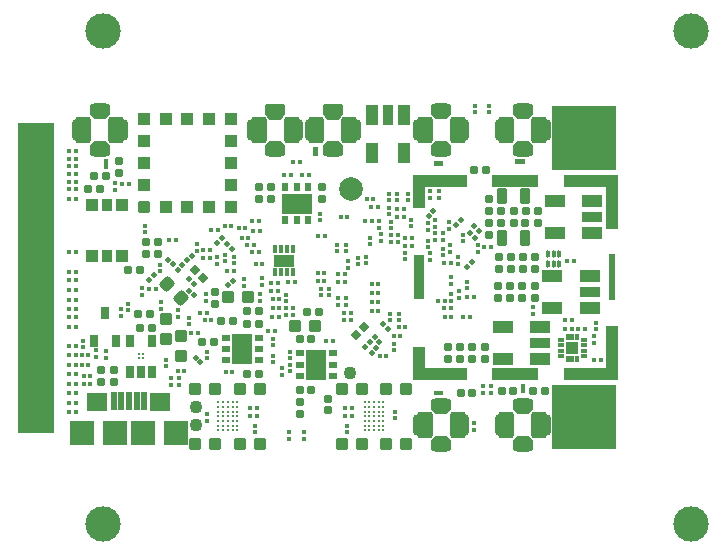
<source format=gts>
G04*
G04 #@! TF.GenerationSoftware,Altium Limited,Altium Designer,19.1.6 (110)*
G04*
G04 Layer_Color=8388736*
%FSLAX44Y44*%
%MOMM*%
G71*
G01*
G75*
%ADD68R,3.1250X26.2500*%
%ADD69R,0.4000X0.7000*%
%ADD70R,1.7000X1.0500*%
G04:AMPARAMS|DCode=71|XSize=1.1mm|YSize=1.1mm|CornerRadius=0.3mm|HoleSize=0mm|Usage=FLASHONLY|Rotation=270.000|XOffset=0mm|YOffset=0mm|HoleType=Round|Shape=RoundedRectangle|*
%AMROUNDEDRECTD71*
21,1,1.1000,0.5000,0,0,270.0*
21,1,0.5000,1.1000,0,0,270.0*
1,1,0.6000,-0.2500,-0.2500*
1,1,0.6000,-0.2500,0.2500*
1,1,0.6000,0.2500,0.2500*
1,1,0.6000,0.2500,-0.2500*
%
%ADD71ROUNDEDRECTD71*%
%ADD72R,1.1000X1.1000*%
%ADD73R,1.1000X1.1000*%
%ADD74R,1.0500X1.1000*%
%ADD75R,0.5480X1.5480*%
%ADD76R,2.0000X2.0000*%
%ADD77R,1.7000X1.5000*%
%ADD78R,2.6000X0.7000*%
G04:AMPARAMS|DCode=79|XSize=0.7mm|YSize=1.1mm|CornerRadius=0.125mm|HoleSize=0mm|Usage=FLASHONLY|Rotation=0.000|XOffset=0mm|YOffset=0mm|HoleType=Round|Shape=RoundedRectangle|*
%AMROUNDEDRECTD79*
21,1,0.7000,0.8500,0,0,0.0*
21,1,0.4500,1.1000,0,0,0.0*
1,1,0.2500,0.2250,-0.4250*
1,1,0.2500,-0.2250,-0.4250*
1,1,0.2500,-0.2250,0.4250*
1,1,0.2500,0.2250,0.4250*
%
%ADD79ROUNDEDRECTD79*%
%ADD80C,0.2400*%
%ADD81C,0.3000*%
%ADD82R,1.1000X4.6500*%
%ADD83R,3.9000X1.1000*%
%ADD84R,4.6500X1.1000*%
%ADD85R,1.1000X2.6000*%
%ADD86R,0.9000X3.7000*%
%ADD87R,0.6000X3.9000*%
%ADD88R,1.0000X1.7500*%
%ADD89R,0.8600X1.7500*%
%ADD90C,2.0000*%
%ADD91R,1.8000X2.6000*%
%ADD92R,0.8000X0.6000*%
%ADD93R,0.4000X0.4100*%
%ADD94C,3.0000*%
G04:AMPARAMS|DCode=95|XSize=0.6mm|YSize=0.7mm|CornerRadius=0.1mm|HoleSize=0mm|Usage=FLASHONLY|Rotation=90.000|XOffset=0mm|YOffset=0mm|HoleType=Round|Shape=RoundedRectangle|*
%AMROUNDEDRECTD95*
21,1,0.6000,0.5000,0,0,90.0*
21,1,0.4000,0.7000,0,0,90.0*
1,1,0.2000,0.2500,0.2000*
1,1,0.2000,0.2500,-0.2000*
1,1,0.2000,-0.2500,-0.2000*
1,1,0.2000,-0.2500,0.2000*
%
%ADD95ROUNDEDRECTD95*%
%ADD96R,0.4500X0.4000*%
%ADD97R,1.0500X1.0500*%
%ADD98R,0.9000X1.0500*%
G04:AMPARAMS|DCode=99|XSize=1.1mm|YSize=1.65mm|CornerRadius=0.175mm|HoleSize=0mm|Usage=FLASHONLY|Rotation=90.000|XOffset=0mm|YOffset=0mm|HoleType=Round|Shape=RoundedRectangle|*
%AMROUNDEDRECTD99*
21,1,1.1000,1.3000,0,0,90.0*
21,1,0.7500,1.6500,0,0,90.0*
1,1,0.3500,0.6500,0.3750*
1,1,0.3500,0.6500,-0.3750*
1,1,0.3500,-0.6500,-0.3750*
1,1,0.3500,-0.6500,0.3750*
%
%ADD99ROUNDEDRECTD99*%
G04:AMPARAMS|DCode=100|XSize=1.3mm|YSize=1.7mm|CornerRadius=0.2mm|HoleSize=0mm|Usage=FLASHONLY|Rotation=180.000|XOffset=0mm|YOffset=0mm|HoleType=Round|Shape=RoundedRectangle|*
%AMROUNDEDRECTD100*
21,1,1.3000,1.3000,0,0,180.0*
21,1,0.9000,1.7000,0,0,180.0*
1,1,0.4000,-0.4500,0.6500*
1,1,0.4000,0.4500,0.6500*
1,1,0.4000,0.4500,-0.6500*
1,1,0.4000,-0.4500,-0.6500*
%
%ADD100ROUNDEDRECTD100*%
G04:AMPARAMS|DCode=101|XSize=1.3mm|YSize=1.3mm|CornerRadius=0.2mm|HoleSize=0mm|Usage=FLASHONLY|Rotation=0.000|XOffset=0mm|YOffset=0mm|HoleType=Round|Shape=RoundedRectangle|*
%AMROUNDEDRECTD101*
21,1,1.3000,0.9000,0,0,0.0*
21,1,0.9000,1.3000,0,0,0.0*
1,1,0.4000,0.4500,-0.4500*
1,1,0.4000,-0.4500,-0.4500*
1,1,0.4000,-0.4500,0.4500*
1,1,0.4000,0.4500,0.4500*
%
%ADD101ROUNDEDRECTD101*%
G04:AMPARAMS|DCode=102|XSize=1.3mm|YSize=2.25mm|CornerRadius=0.2mm|HoleSize=0mm|Usage=FLASHONLY|Rotation=180.000|XOffset=0mm|YOffset=0mm|HoleType=Round|Shape=RoundedRectangle|*
%AMROUNDEDRECTD102*
21,1,1.3000,1.8500,0,0,180.0*
21,1,0.9000,2.2500,0,0,180.0*
1,1,0.4000,-0.4500,0.9250*
1,1,0.4000,0.4500,0.9250*
1,1,0.4000,0.4500,-0.9250*
1,1,0.4000,-0.4500,-0.9250*
%
%ADD102ROUNDEDRECTD102*%
%ADD103C,1.1000*%
G04:AMPARAMS|DCode=104|XSize=0.7mm|YSize=0.7mm|CornerRadius=0.11mm|HoleSize=0mm|Usage=FLASHONLY|Rotation=0.000|XOffset=0mm|YOffset=0mm|HoleType=Round|Shape=RoundedRectangle|*
%AMROUNDEDRECTD104*
21,1,0.7000,0.4800,0,0,0.0*
21,1,0.4800,0.7000,0,0,0.0*
1,1,0.2200,0.2400,-0.2400*
1,1,0.2200,-0.2400,-0.2400*
1,1,0.2200,-0.2400,0.2400*
1,1,0.2200,0.2400,0.2400*
%
%ADD104ROUNDEDRECTD104*%
%ADD105R,0.4000X0.4500*%
G04:AMPARAMS|DCode=106|XSize=1.4mm|YSize=0.9mm|CornerRadius=0.15mm|HoleSize=0mm|Usage=FLASHONLY|Rotation=90.000|XOffset=0mm|YOffset=0mm|HoleType=Round|Shape=RoundedRectangle|*
%AMROUNDEDRECTD106*
21,1,1.4000,0.6000,0,0,90.0*
21,1,1.1000,0.9000,0,0,90.0*
1,1,0.3000,0.3000,0.5500*
1,1,0.3000,0.3000,-0.5500*
1,1,0.3000,-0.3000,-0.5500*
1,1,0.3000,-0.3000,0.5500*
%
%ADD106ROUNDEDRECTD106*%
G04:AMPARAMS|DCode=107|XSize=0.4mm|YSize=0.45mm|CornerRadius=0mm|HoleSize=0mm|Usage=FLASHONLY|Rotation=45.000|XOffset=0mm|YOffset=0mm|HoleType=Round|Shape=Rectangle|*
%AMROTATEDRECTD107*
4,1,4,0.0177,-0.3005,-0.3005,0.0177,-0.0177,0.3005,0.3005,-0.0177,0.0177,-0.3005,0.0*
%
%ADD107ROTATEDRECTD107*%

G04:AMPARAMS|DCode=108|XSize=0.7mm|YSize=0.7mm|CornerRadius=0.11mm|HoleSize=0mm|Usage=FLASHONLY|Rotation=270.000|XOffset=0mm|YOffset=0mm|HoleType=Round|Shape=RoundedRectangle|*
%AMROUNDEDRECTD108*
21,1,0.7000,0.4800,0,0,270.0*
21,1,0.4800,0.7000,0,0,270.0*
1,1,0.2200,-0.2400,-0.2400*
1,1,0.2200,-0.2400,0.2400*
1,1,0.2200,0.2400,0.2400*
1,1,0.2200,0.2400,-0.2400*
%
%ADD108ROUNDEDRECTD108*%
G04:AMPARAMS|DCode=109|XSize=1.1mm|YSize=1mm|CornerRadius=0.1625mm|HoleSize=0mm|Usage=FLASHONLY|Rotation=270.000|XOffset=0mm|YOffset=0mm|HoleType=Round|Shape=RoundedRectangle|*
%AMROUNDEDRECTD109*
21,1,1.1000,0.6750,0,0,270.0*
21,1,0.7750,1.0000,0,0,270.0*
1,1,0.3250,-0.3375,-0.3875*
1,1,0.3250,-0.3375,0.3875*
1,1,0.3250,0.3375,0.3875*
1,1,0.3250,0.3375,-0.3875*
%
%ADD109ROUNDEDRECTD109*%
G04:AMPARAMS|DCode=110|XSize=1.1mm|YSize=1mm|CornerRadius=0.1625mm|HoleSize=0mm|Usage=FLASHONLY|Rotation=180.000|XOffset=0mm|YOffset=0mm|HoleType=Round|Shape=RoundedRectangle|*
%AMROUNDEDRECTD110*
21,1,1.1000,0.6750,0,0,180.0*
21,1,0.7750,1.0000,0,0,180.0*
1,1,0.3250,-0.3875,0.3375*
1,1,0.3250,0.3875,0.3375*
1,1,0.3250,0.3875,-0.3375*
1,1,0.3250,-0.3875,-0.3375*
%
%ADD110ROUNDEDRECTD110*%
G04:AMPARAMS|DCode=111|XSize=1.1mm|YSize=1mm|CornerRadius=0.1625mm|HoleSize=0mm|Usage=FLASHONLY|Rotation=45.000|XOffset=0mm|YOffset=0mm|HoleType=Round|Shape=RoundedRectangle|*
%AMROUNDEDRECTD111*
21,1,1.1000,0.6750,0,0,45.0*
21,1,0.7750,1.0000,0,0,45.0*
1,1,0.3250,0.5127,0.0354*
1,1,0.3250,-0.0354,-0.5127*
1,1,0.3250,-0.5127,-0.0354*
1,1,0.3250,0.0354,0.5127*
%
%ADD111ROUNDEDRECTD111*%
G04:AMPARAMS|DCode=112|XSize=0.6mm|YSize=0.7mm|CornerRadius=0.1mm|HoleSize=0mm|Usage=FLASHONLY|Rotation=180.000|XOffset=0mm|YOffset=0mm|HoleType=Round|Shape=RoundedRectangle|*
%AMROUNDEDRECTD112*
21,1,0.6000,0.5000,0,0,180.0*
21,1,0.4000,0.7000,0,0,180.0*
1,1,0.2000,-0.2000,0.2500*
1,1,0.2000,0.2000,0.2500*
1,1,0.2000,0.2000,-0.2500*
1,1,0.2000,-0.2000,-0.2500*
%
%ADD112ROUNDEDRECTD112*%
G04:AMPARAMS|DCode=113|XSize=0.4mm|YSize=0.45mm|CornerRadius=0mm|HoleSize=0mm|Usage=FLASHONLY|Rotation=315.000|XOffset=0mm|YOffset=0mm|HoleType=Round|Shape=Rectangle|*
%AMROTATEDRECTD113*
4,1,4,-0.3005,-0.0177,0.0177,0.3005,0.3005,0.0177,-0.0177,-0.3005,-0.3005,-0.0177,0.0*
%
%ADD113ROTATEDRECTD113*%

%ADD114R,0.6000X0.8000*%
%ADD115R,2.6000X1.8000*%
%ADD116R,1.7500X1.0000*%
%ADD117R,1.7500X0.8600*%
%ADD118R,0.4100X0.4000*%
G04:AMPARAMS|DCode=119|XSize=1.1mm|YSize=1.1mm|CornerRadius=0.2mm|HoleSize=0mm|Usage=FLASHONLY|Rotation=180.000|XOffset=0mm|YOffset=0mm|HoleType=Round|Shape=RoundedRectangle|*
%AMROUNDEDRECTD119*
21,1,1.1000,0.7000,0,0,180.0*
21,1,0.7000,1.1000,0,0,180.0*
1,1,0.4000,-0.3500,0.3500*
1,1,0.4000,0.3500,0.3500*
1,1,0.4000,0.3500,-0.3500*
1,1,0.4000,-0.3500,-0.3500*
%
%ADD119ROUNDEDRECTD119*%
%ADD120R,0.3000X0.4950*%
%ADD121R,0.4950X0.3000*%
G04:AMPARAMS|DCode=122|XSize=0.33mm|YSize=0.63mm|CornerRadius=0.1025mm|HoleSize=0mm|Usage=FLASHONLY|Rotation=0.000|XOffset=0mm|YOffset=0mm|HoleType=Round|Shape=RoundedRectangle|*
%AMROUNDEDRECTD122*
21,1,0.3300,0.4250,0,0,0.0*
21,1,0.1250,0.6300,0,0,0.0*
1,1,0.2050,0.0625,-0.2125*
1,1,0.2050,-0.0625,-0.2125*
1,1,0.2050,-0.0625,0.2125*
1,1,0.2050,0.0625,0.2125*
%
%ADD122ROUNDEDRECTD122*%
G04:AMPARAMS|DCode=123|XSize=0.7mm|YSize=0.7mm|CornerRadius=0.11mm|HoleSize=0mm|Usage=FLASHONLY|Rotation=135.000|XOffset=0mm|YOffset=0mm|HoleType=Round|Shape=RoundedRectangle|*
%AMROUNDEDRECTD123*
21,1,0.7000,0.4800,0,0,135.0*
21,1,0.4800,0.7000,0,0,135.0*
1,1,0.2200,0.0000,0.3394*
1,1,0.2200,0.3394,0.0000*
1,1,0.2200,0.0000,-0.3394*
1,1,0.2200,-0.3394,0.0000*
%
%ADD123ROUNDEDRECTD123*%
G04:AMPARAMS|DCode=124|XSize=0.6mm|YSize=0.7mm|CornerRadius=0.1mm|HoleSize=0mm|Usage=FLASHONLY|Rotation=45.000|XOffset=0mm|YOffset=0mm|HoleType=Round|Shape=RoundedRectangle|*
%AMROUNDEDRECTD124*
21,1,0.6000,0.5000,0,0,45.0*
21,1,0.4000,0.7000,0,0,45.0*
1,1,0.2000,0.3182,-0.0354*
1,1,0.2000,0.0354,-0.3182*
1,1,0.2000,-0.3182,0.0354*
1,1,0.2000,-0.0354,0.3182*
%
%ADD124ROUNDEDRECTD124*%
%ADD125R,5.5000X5.5000*%
G36*
X212000Y251000D02*
X208000D01*
X208000Y259000D01*
X212000D01*
Y251000D01*
D02*
G37*
G36*
X387250Y244500D02*
X379250D01*
Y248500D01*
X387250D01*
Y244500D01*
D02*
G37*
G36*
X318250Y243250D02*
X310250D01*
Y247250D01*
X318250D01*
Y243250D01*
D02*
G37*
G36*
X34500Y240500D02*
X30500D01*
Y248500D01*
X34500D01*
Y240500D01*
D02*
G37*
G36*
X387750Y50500D02*
X383750D01*
Y58500D01*
X387750D01*
Y50500D01*
D02*
G37*
G36*
X318250Y48750D02*
X310250D01*
Y52750D01*
X318250D01*
Y48750D01*
D02*
G37*
D68*
X-26875Y148250D02*
D03*
D69*
X190750Y153000D02*
D03*
X185750D02*
D03*
X180750D02*
D03*
X175750D02*
D03*
Y172500D02*
D03*
X180750D02*
D03*
X185750D02*
D03*
X190750D02*
D03*
D70*
X183250Y162750D02*
D03*
D71*
X64500Y208500D02*
D03*
D72*
X101500D02*
D03*
X83000D02*
D03*
X120000D02*
D03*
X138500D02*
D03*
X120000Y282500D02*
D03*
X101500D02*
D03*
X83000D02*
D03*
X64500D02*
D03*
D73*
X138500Y227000D02*
D03*
Y245500D02*
D03*
Y264000D02*
D03*
X64500D02*
D03*
Y245500D02*
D03*
Y227000D02*
D03*
D74*
X138500Y282500D02*
D03*
D75*
X39000Y43500D02*
D03*
X58500D02*
D03*
X65000D02*
D03*
X52000D02*
D03*
X45500D02*
D03*
D76*
X40000Y17000D02*
D03*
X12000D02*
D03*
X92000D02*
D03*
X64000D02*
D03*
D77*
X78670Y43140D02*
D03*
X25330D02*
D03*
D78*
X-25000Y266497D02*
D03*
Y258497D02*
D03*
Y250497D02*
D03*
Y242497D02*
D03*
Y234497D02*
D03*
Y226497D02*
D03*
Y218497D02*
D03*
Y210497D02*
D03*
X-25000Y170497D02*
D03*
Y162497D02*
D03*
Y154497D02*
D03*
Y146497D02*
D03*
Y138497D02*
D03*
Y130497D02*
D03*
Y122497D02*
D03*
Y114497D02*
D03*
Y106497D02*
D03*
Y98497D02*
D03*
Y90497D02*
D03*
Y82497D02*
D03*
Y74497D02*
D03*
X-25000Y66497D02*
D03*
Y58497D02*
D03*
Y50497D02*
D03*
X-25000Y42497D02*
D03*
Y34497D02*
D03*
D79*
X52750Y94625D02*
D03*
X71750Y68625D02*
D03*
X62250D02*
D03*
X52750D02*
D03*
X71750Y94625D02*
D03*
X31750Y118000D02*
D03*
X41250Y95000D02*
D03*
X22250D02*
D03*
D80*
X64250Y83375D02*
D03*
Y79875D02*
D03*
X60750Y83375D02*
D03*
Y79875D02*
D03*
D81*
X143750Y43000D02*
D03*
X127750Y19000D02*
D03*
X131750Y19000D02*
D03*
X135750Y19000D02*
D03*
X139750Y19000D02*
D03*
X143750D02*
D03*
X135750Y43000D02*
D03*
X139750D02*
D03*
X127750Y35000D02*
D03*
X131750D02*
D03*
X135750D02*
D03*
X139750D02*
D03*
X143750D02*
D03*
X127750Y43000D02*
D03*
X127750Y39000D02*
D03*
X131750D02*
D03*
X135750D02*
D03*
X139750D02*
D03*
X143750D02*
D03*
X127750Y23000D02*
D03*
X131750D02*
D03*
X135750D02*
D03*
X131750Y43000D02*
D03*
X139750Y23000D02*
D03*
X143750D02*
D03*
Y31000D02*
D03*
X139750D02*
D03*
X135750D02*
D03*
X131750Y31000D02*
D03*
X127750Y31000D02*
D03*
X143750Y27000D02*
D03*
X139750Y27000D02*
D03*
X135750Y27000D02*
D03*
X131750D02*
D03*
X127750D02*
D03*
X251500Y19000D02*
D03*
X267500Y43000D02*
D03*
X263500D02*
D03*
X259500D02*
D03*
X255500D02*
D03*
X251500D02*
D03*
X259500Y19000D02*
D03*
X255500D02*
D03*
X267500Y27000D02*
D03*
X263500D02*
D03*
X259500D02*
D03*
X255500D02*
D03*
X251500D02*
D03*
X267500Y19000D02*
D03*
Y23000D02*
D03*
X263500D02*
D03*
X259500D02*
D03*
X255500D02*
D03*
X251500D02*
D03*
X267500Y39000D02*
D03*
X263500D02*
D03*
X259500D02*
D03*
X263500Y19000D02*
D03*
X255500Y39000D02*
D03*
X251500D02*
D03*
Y31000D02*
D03*
X255500D02*
D03*
X259500D02*
D03*
X263500D02*
D03*
X267500D02*
D03*
X251500Y35000D02*
D03*
X255500D02*
D03*
X259500D02*
D03*
X263500D02*
D03*
X267500D02*
D03*
D82*
X460592Y84750D02*
D03*
Y212250D02*
D03*
D83*
X379092Y67000D02*
D03*
Y230000D02*
D03*
D84*
X442842Y67000D02*
D03*
X315342D02*
D03*
X442842Y230000D02*
D03*
X315342D02*
D03*
D85*
X297592Y77250D02*
D03*
Y219750D02*
D03*
D86*
Y148500D02*
D03*
D87*
X460592D02*
D03*
D88*
X258050Y253850D02*
D03*
X284950D02*
D03*
Y285650D02*
D03*
X258050D02*
D03*
D89*
X271500D02*
D03*
D90*
X240250Y223500D02*
D03*
D91*
X148000Y88000D02*
D03*
X210500Y74750D02*
D03*
D92*
X162000Y97500D02*
D03*
Y88000D02*
D03*
Y78500D02*
D03*
X134000D02*
D03*
Y88000D02*
D03*
Y97500D02*
D03*
X224500Y65250D02*
D03*
Y74750D02*
D03*
Y84250D02*
D03*
X196500D02*
D03*
Y74750D02*
D03*
Y65250D02*
D03*
D93*
X32500Y242250D02*
D03*
Y246750D02*
D03*
X210000Y257250D02*
D03*
Y252750D02*
D03*
X385750Y56750D02*
D03*
Y52250D02*
D03*
D94*
X30000Y357300D02*
D03*
X528250Y357300D02*
D03*
Y-60300D02*
D03*
X30050Y-60250D02*
D03*
D95*
X66750Y178250D02*
D03*
X76750D02*
D03*
X59750Y117250D02*
D03*
X69750D02*
D03*
X76750Y168250D02*
D03*
X66750D02*
D03*
X114000Y93500D02*
D03*
X124000D02*
D03*
X130000Y111250D02*
D03*
X140000D02*
D03*
X51500Y154500D02*
D03*
X61500D02*
D03*
X354250Y239500D02*
D03*
X344250D02*
D03*
X404000Y52250D02*
D03*
X394000D02*
D03*
X32500Y234250D02*
D03*
X22500D02*
D03*
X61500Y106000D02*
D03*
X71500D02*
D03*
X162000Y66354D02*
D03*
X152000D02*
D03*
X162000Y109495D02*
D03*
X152000D02*
D03*
X388000Y204750D02*
D03*
X378000D02*
D03*
X384879Y141000D02*
D03*
X374879Y141000D02*
D03*
X384879Y131000D02*
D03*
X374879D02*
D03*
X342500Y89750D02*
D03*
X332500D02*
D03*
X342500Y79750D02*
D03*
X332500D02*
D03*
X385479Y155750D02*
D03*
X375479Y155750D02*
D03*
X385479Y165750D02*
D03*
X375479Y165750D02*
D03*
X387750Y194750D02*
D03*
X377750D02*
D03*
X196464Y96360D02*
D03*
X206464D02*
D03*
X196500Y53255D02*
D03*
X206500D02*
D03*
D96*
X200250Y17550D02*
D03*
Y11950D02*
D03*
X237850Y162381D02*
D03*
Y156781D02*
D03*
X40500Y228300D02*
D03*
Y222700D02*
D03*
X356750Y294050D02*
D03*
Y288450D02*
D03*
X181500Y66200D02*
D03*
Y71800D02*
D03*
X345250Y294050D02*
D03*
Y288450D02*
D03*
X343750Y25300D02*
D03*
Y19700D02*
D03*
X12750Y89450D02*
D03*
Y95050D02*
D03*
X32250Y86300D02*
D03*
Y80700D02*
D03*
X188000Y74646D02*
D03*
Y69046D02*
D03*
X358500Y56300D02*
D03*
Y50700D02*
D03*
X351750Y56300D02*
D03*
Y50700D02*
D03*
X24250Y81200D02*
D03*
Y86800D02*
D03*
X173750Y91104D02*
D03*
Y96704D02*
D03*
Y76754D02*
D03*
Y82354D02*
D03*
X188000Y85746D02*
D03*
Y80146D02*
D03*
X187500Y17550D02*
D03*
Y11950D02*
D03*
X116950Y134350D02*
D03*
Y128750D02*
D03*
X118500Y79950D02*
D03*
Y85550D02*
D03*
X149750Y141200D02*
D03*
Y146800D02*
D03*
X93250Y115200D02*
D03*
Y120800D02*
D03*
X126500Y165600D02*
D03*
Y160000D02*
D03*
X79000Y121700D02*
D03*
Y127300D02*
D03*
X102750Y108700D02*
D03*
Y114300D02*
D03*
X62750Y139550D02*
D03*
Y133950D02*
D03*
X78250Y153700D02*
D03*
Y159300D02*
D03*
X118000Y32600D02*
D03*
Y27000D02*
D03*
X277250Y29400D02*
D03*
Y35000D02*
D03*
X165000Y147900D02*
D03*
Y142300D02*
D03*
X94464Y57414D02*
D03*
Y63014D02*
D03*
X88000Y57414D02*
D03*
Y63014D02*
D03*
X252705Y166145D02*
D03*
Y160545D02*
D03*
X51250Y120700D02*
D03*
Y126300D02*
D03*
X83300Y78900D02*
D03*
Y73300D02*
D03*
X185000Y134050D02*
D03*
Y128450D02*
D03*
X162950Y128950D02*
D03*
Y134550D02*
D03*
X65500Y186786D02*
D03*
Y192386D02*
D03*
X306500Y168800D02*
D03*
Y163200D02*
D03*
X109250Y171200D02*
D03*
Y176800D02*
D03*
X255750Y182300D02*
D03*
Y176700D02*
D03*
X214205Y197000D02*
D03*
X214205Y202600D02*
D03*
X447250Y104550D02*
D03*
Y110150D02*
D03*
X445500Y93200D02*
D03*
X445500Y98800D02*
D03*
X158629Y23121D02*
D03*
Y17521D02*
D03*
X288000Y213750D02*
D03*
Y219350D02*
D03*
X280250Y117800D02*
D03*
Y112200D02*
D03*
X236500Y17400D02*
D03*
Y23000D02*
D03*
X45000Y116200D02*
D03*
Y121800D02*
D03*
X133000Y167850D02*
D03*
Y162250D02*
D03*
X140750Y166050D02*
D03*
Y160450D02*
D03*
X393750Y117950D02*
D03*
Y123550D02*
D03*
X311500Y191200D02*
D03*
Y196800D02*
D03*
X311000Y185800D02*
D03*
Y180200D02*
D03*
X272500Y201950D02*
D03*
Y207550D02*
D03*
Y219300D02*
D03*
Y213700D02*
D03*
X276015Y92500D02*
D03*
Y86900D02*
D03*
X338200Y144800D02*
D03*
Y139200D02*
D03*
X279095Y213750D02*
D03*
Y219350D02*
D03*
X314250Y215950D02*
D03*
Y221550D02*
D03*
X285500Y169550D02*
D03*
Y163950D02*
D03*
X272750Y112200D02*
D03*
Y117800D02*
D03*
X324593Y148500D02*
D03*
Y142900D02*
D03*
X317724Y172700D02*
D03*
Y167100D02*
D03*
X305500Y173950D02*
D03*
Y179550D02*
D03*
X317500Y185800D02*
D03*
Y180200D02*
D03*
X290500Y197550D02*
D03*
Y191950D02*
D03*
X304950Y188811D02*
D03*
Y194411D02*
D03*
X274250Y195800D02*
D03*
Y190200D02*
D03*
X240250Y118170D02*
D03*
Y112570D02*
D03*
X233750Y118170D02*
D03*
Y112570D02*
D03*
X214750Y133400D02*
D03*
Y139000D02*
D03*
X221301Y133400D02*
D03*
Y139000D02*
D03*
X228750Y125306D02*
D03*
Y130906D02*
D03*
X235750Y125306D02*
D03*
Y130906D02*
D03*
X331750Y136800D02*
D03*
Y131200D02*
D03*
X324224Y170350D02*
D03*
Y175950D02*
D03*
X347250Y170200D02*
D03*
Y175800D02*
D03*
X325000Y128700D02*
D03*
Y134300D02*
D03*
X307000Y221550D02*
D03*
Y215950D02*
D03*
X323000Y195050D02*
D03*
Y189450D02*
D03*
X334750Y178950D02*
D03*
Y184550D02*
D03*
X235644Y176295D02*
D03*
Y170695D02*
D03*
X228305Y176295D02*
D03*
Y170695D02*
D03*
X330224Y165450D02*
D03*
Y159850D02*
D03*
X263974Y190350D02*
D03*
Y195950D02*
D03*
X265245Y179405D02*
D03*
Y185005D02*
D03*
X246000Y165300D02*
D03*
Y159700D02*
D03*
D97*
X46000Y209750D02*
D03*
X21000D02*
D03*
Y166250D02*
D03*
X46000D02*
D03*
D98*
X33500Y209750D02*
D03*
Y166250D02*
D03*
D99*
X224500Y256000D02*
D03*
Y290000D02*
D03*
X175750Y290000D02*
D03*
Y256000D02*
D03*
X27250Y290250D02*
D03*
Y256250D02*
D03*
X316500Y6500D02*
D03*
Y40500D02*
D03*
X385500Y290250D02*
D03*
Y256250D02*
D03*
X385500Y6500D02*
D03*
Y40500D02*
D03*
X316500Y290250D02*
D03*
Y256250D02*
D03*
D100*
X241500Y273000D02*
D03*
X207500D02*
D03*
X158750Y273000D02*
D03*
X192750D02*
D03*
X10250Y273250D02*
D03*
X44250D02*
D03*
X333500Y23500D02*
D03*
X299500D02*
D03*
X368500Y273250D02*
D03*
X402500D02*
D03*
X402500Y23500D02*
D03*
X368500D02*
D03*
X299500Y273250D02*
D03*
X333500D02*
D03*
D101*
X224500Y289000D02*
D03*
Y257000D02*
D03*
X175750Y257000D02*
D03*
Y289000D02*
D03*
X27250Y257250D02*
D03*
Y289250D02*
D03*
X316500Y39500D02*
D03*
Y7500D02*
D03*
X385500Y257250D02*
D03*
Y289250D02*
D03*
X385500Y39500D02*
D03*
Y7500D02*
D03*
X316500Y257250D02*
D03*
Y289250D02*
D03*
D102*
X210500Y273000D02*
D03*
X238500D02*
D03*
X189750Y273000D02*
D03*
X161750D02*
D03*
X41250Y273250D02*
D03*
X13250D02*
D03*
X302500Y23500D02*
D03*
X330500D02*
D03*
X399500Y273250D02*
D03*
X371500D02*
D03*
X371500Y23500D02*
D03*
X399500D02*
D03*
X330500Y273250D02*
D03*
X302500D02*
D03*
D103*
X108750Y23750D02*
D03*
Y38500D02*
D03*
X239500Y67500D02*
D03*
D104*
X44000Y246750D02*
D03*
Y236750D02*
D03*
X162005Y215000D02*
D03*
Y225000D02*
D03*
X356750Y194750D02*
D03*
Y184750D02*
D03*
Y204750D02*
D03*
Y214750D02*
D03*
X395879Y141000D02*
D03*
Y131000D02*
D03*
X353500Y79750D02*
D03*
Y89750D02*
D03*
X39000Y70250D02*
D03*
Y60250D02*
D03*
X196500Y42755D02*
D03*
Y32755D02*
D03*
D105*
X7050Y242500D02*
D03*
X1450D02*
D03*
X7024Y153468D02*
D03*
X1424D02*
D03*
X258800Y214750D02*
D03*
X253200D02*
D03*
X7050Y249000D02*
D03*
X1450D02*
D03*
X159440Y160296D02*
D03*
X165040D02*
D03*
X1450Y170250D02*
D03*
X7050D02*
D03*
X172200Y143778D02*
D03*
X177800D02*
D03*
X192300Y144250D02*
D03*
X186700D02*
D03*
X93200Y69500D02*
D03*
X98800D02*
D03*
X7050Y34497D02*
D03*
X1450D02*
D03*
X189146Y235250D02*
D03*
X183546D02*
D03*
X204246Y235500D02*
D03*
X198646D02*
D03*
X218050Y183750D02*
D03*
X212450D02*
D03*
X236800Y199567D02*
D03*
X231200D02*
D03*
X91800Y180250D02*
D03*
X86200D02*
D03*
X120267Y171750D02*
D03*
X114667D02*
D03*
X120267Y165250D02*
D03*
X114667D02*
D03*
X121650Y188500D02*
D03*
X127250D02*
D03*
X117800Y118750D02*
D03*
X112200D02*
D03*
X104700Y101500D02*
D03*
X110300D02*
D03*
X135150Y153750D02*
D03*
X140750D02*
D03*
X116200Y112250D02*
D03*
X121800D02*
D03*
X1450Y229500D02*
D03*
X7050D02*
D03*
X173700Y130000D02*
D03*
X179300D02*
D03*
X190550Y123000D02*
D03*
X184950D02*
D03*
X234800Y144750D02*
D03*
X229200D02*
D03*
X262800Y208250D02*
D03*
X257200D02*
D03*
X178300Y137000D02*
D03*
X172700D02*
D03*
X173200Y115000D02*
D03*
X178800D02*
D03*
X179300Y123000D02*
D03*
X173700D02*
D03*
X184950Y116500D02*
D03*
X190550D02*
D03*
X190950Y246500D02*
D03*
X196550D02*
D03*
X169950Y102750D02*
D03*
X175550D02*
D03*
X133200Y192250D02*
D03*
X138800D02*
D03*
X52050Y228000D02*
D03*
X46450D02*
D03*
X234800Y151250D02*
D03*
X229200D02*
D03*
X426800Y112250D02*
D03*
X421200D02*
D03*
X7050Y129389D02*
D03*
X1450D02*
D03*
X7050Y121500D02*
D03*
X1450D02*
D03*
X7050Y42276D02*
D03*
X1450D02*
D03*
X7050Y50718D02*
D03*
X1450D02*
D03*
X7050Y58276D02*
D03*
X1450D02*
D03*
X7050Y66718D02*
D03*
X1450D02*
D03*
X7050Y74276D02*
D03*
X1450D02*
D03*
X7050Y82718D02*
D03*
X1450D02*
D03*
X7043Y90497D02*
D03*
X1443D02*
D03*
X224500Y94455D02*
D03*
X218900Y94455D02*
D03*
X134000Y68045D02*
D03*
X139600D02*
D03*
X422950Y162250D02*
D03*
X428550D02*
D03*
X445950Y78750D02*
D03*
X451550D02*
D03*
X437800Y105250D02*
D03*
X432200Y105250D02*
D03*
X421200Y105250D02*
D03*
X426800Y105250D02*
D03*
X154500Y31000D02*
D03*
X160100Y31000D02*
D03*
X154500Y37750D02*
D03*
X160100D02*
D03*
X280265Y106750D02*
D03*
X285865D02*
D03*
X235150Y37750D02*
D03*
X240750D02*
D03*
X235150Y31000D02*
D03*
X240750D02*
D03*
X1450Y255500D02*
D03*
X7050D02*
D03*
X1450Y235987D02*
D03*
X7050D02*
D03*
X69200Y138750D02*
D03*
X74800D02*
D03*
X162800Y187750D02*
D03*
X157200D02*
D03*
X162100Y196200D02*
D03*
X156500D02*
D03*
X144950Y190750D02*
D03*
X150550D02*
D03*
X147450Y182250D02*
D03*
X153050D02*
D03*
X161800Y169713D02*
D03*
X156200D02*
D03*
X1450Y146718D02*
D03*
X7050D02*
D03*
X1450Y138276D02*
D03*
X7050D02*
D03*
X12074Y82718D02*
D03*
X17673D02*
D03*
X12074Y74276D02*
D03*
X17673D02*
D03*
X7050Y114718D02*
D03*
X1450D02*
D03*
X7050Y106276D02*
D03*
X1450D02*
D03*
X19350Y64750D02*
D03*
X13750D02*
D03*
X19350Y58000D02*
D03*
X13750D02*
D03*
X7050Y222968D02*
D03*
X1450D02*
D03*
X7050Y214526D02*
D03*
X1450D02*
D03*
X157550Y175750D02*
D03*
X151950D02*
D03*
X269800Y81750D02*
D03*
X264200D02*
D03*
X279800Y178250D02*
D03*
X274200D02*
D03*
X324800Y115250D02*
D03*
X319200D02*
D03*
X319300Y128750D02*
D03*
X313700D02*
D03*
X352950Y174250D02*
D03*
X358550D02*
D03*
X257524Y195950D02*
D03*
X251924D02*
D03*
X324274Y160650D02*
D03*
X318674D02*
D03*
X343800Y132000D02*
D03*
X338200D02*
D03*
X281615Y98750D02*
D03*
X276015D02*
D03*
X211855Y145411D02*
D03*
X217455D02*
D03*
X211855Y152581D02*
D03*
X217455D02*
D03*
X319174Y122400D02*
D03*
X324774D02*
D03*
X284695Y206250D02*
D03*
X279095D02*
D03*
X284695Y199750D02*
D03*
X279095D02*
D03*
X340800Y115000D02*
D03*
X335200D02*
D03*
X279800Y184750D02*
D03*
X274200D02*
D03*
X291355Y175280D02*
D03*
X285755D02*
D03*
X291355Y181805D02*
D03*
X285755D02*
D03*
X263074Y135400D02*
D03*
X257474D02*
D03*
X263074Y143100D02*
D03*
X257474D02*
D03*
X263074Y120150D02*
D03*
X257474D02*
D03*
X263074Y127850D02*
D03*
X257474D02*
D03*
D106*
X387500Y217500D02*
D03*
X367500D02*
D03*
X387500Y182000D02*
D03*
X367500D02*
D03*
D107*
X73043Y150149D02*
D03*
X69083Y146189D02*
D03*
X93270Y155020D02*
D03*
X97230Y158980D02*
D03*
X105480Y166980D02*
D03*
X101520Y163020D02*
D03*
X139980Y145730D02*
D03*
X136020Y141770D02*
D03*
X126520Y177770D02*
D03*
X130480Y181730D02*
D03*
X255980Y93980D02*
D03*
X252020Y90020D02*
D03*
X305700Y200500D02*
D03*
X309660Y204460D02*
D03*
X328994Y193170D02*
D03*
X332954Y197130D02*
D03*
X261355Y88605D02*
D03*
X257395Y84645D02*
D03*
X342204Y161380D02*
D03*
X338244Y157420D02*
D03*
D108*
X377500Y52750D02*
D03*
X367500D02*
D03*
X332750Y50750D02*
D03*
X342750D02*
D03*
X17250Y223000D02*
D03*
X27250D02*
D03*
X152000Y119995D02*
D03*
X162000D02*
D03*
X213000Y119250D02*
D03*
X203000D02*
D03*
D109*
X135500Y132250D02*
D03*
X152500D02*
D03*
X108250Y7750D02*
D03*
X125250D02*
D03*
X163250Y54250D02*
D03*
X146250Y54250D02*
D03*
X108250Y54250D02*
D03*
X125250Y54250D02*
D03*
X146250Y7750D02*
D03*
X163250D02*
D03*
X249000Y54250D02*
D03*
X232000D02*
D03*
X270000Y7750D02*
D03*
X287000D02*
D03*
X270000Y54250D02*
D03*
X287000D02*
D03*
X249000Y7750D02*
D03*
X232000D02*
D03*
X209500Y107500D02*
D03*
X192500D02*
D03*
D110*
X95750Y98750D02*
D03*
Y81750D02*
D03*
X83250Y113500D02*
D03*
Y96500D02*
D03*
D111*
X96510Y130990D02*
D03*
X84490Y143010D02*
D03*
D112*
X125000Y136000D02*
D03*
Y126000D02*
D03*
X220250Y36000D02*
D03*
Y46000D02*
D03*
X215646Y225000D02*
D03*
Y215000D02*
D03*
X172505Y225000D02*
D03*
Y215000D02*
D03*
X364380Y141000D02*
D03*
Y131000D02*
D03*
X322000Y79750D02*
D03*
Y89750D02*
D03*
X364979Y165750D02*
D03*
Y155750D02*
D03*
X395979Y165750D02*
D03*
Y155750D02*
D03*
X28500Y70250D02*
D03*
Y60250D02*
D03*
X398500Y205000D02*
D03*
X398500Y195000D02*
D03*
X367250Y194750D02*
D03*
Y204750D02*
D03*
D113*
X89230Y159520D02*
D03*
X85270Y163480D02*
D03*
X103020Y147230D02*
D03*
X106980Y143270D02*
D03*
X107230Y133270D02*
D03*
X103270Y137230D02*
D03*
X112480Y76520D02*
D03*
X108520Y80480D02*
D03*
X135040Y176410D02*
D03*
X139000Y172450D02*
D03*
X344270Y191980D02*
D03*
X348230Y188020D02*
D03*
X263980Y94020D02*
D03*
X260020Y97980D02*
D03*
X344980Y182020D02*
D03*
X341020Y185980D02*
D03*
X271204Y104920D02*
D03*
X267244Y108880D02*
D03*
D114*
X184500Y197000D02*
D03*
X194000D02*
D03*
X203500D02*
D03*
Y225000D02*
D03*
X194000D02*
D03*
X184500D02*
D03*
D115*
X194000Y211000D02*
D03*
D116*
X400400Y106700D02*
D03*
Y79800D02*
D03*
X368600D02*
D03*
Y106700D02*
D03*
X444150Y213450D02*
D03*
Y186550D02*
D03*
X412350D02*
D03*
Y213450D02*
D03*
X410479Y149450D02*
D03*
Y122550D02*
D03*
X442279D02*
D03*
Y149450D02*
D03*
D117*
X400400Y93250D02*
D03*
X444150Y200000D02*
D03*
X442279Y136000D02*
D03*
D118*
X312000Y50750D02*
D03*
X316500D02*
D03*
X381000Y246500D02*
D03*
X385500D02*
D03*
X312000Y245250D02*
D03*
X316500D02*
D03*
D119*
X427500Y88750D02*
D03*
D120*
X431500Y79225D02*
D03*
X427500D02*
D03*
X423500D02*
D03*
Y98275D02*
D03*
X427500D02*
D03*
X431500D02*
D03*
D121*
X417975Y82000D02*
D03*
Y86500D02*
D03*
Y91000D02*
D03*
Y95500D02*
D03*
X437025D02*
D03*
Y91000D02*
D03*
Y86500D02*
D03*
Y82000D02*
D03*
D122*
X411500Y159750D02*
D03*
X416500D02*
D03*
X411500Y168250D02*
D03*
X416500D02*
D03*
X406500D02*
D03*
Y159750D02*
D03*
D123*
X251000Y106750D02*
D03*
X243929Y99679D02*
D03*
D124*
X115035Y147964D02*
D03*
X107964Y155035D02*
D03*
D125*
X437500Y30500D02*
D03*
Y266500D02*
D03*
M02*

</source>
